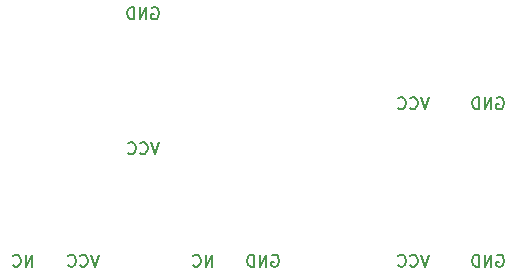
<source format=gbo>
G04 #@! TF.GenerationSoftware,KiCad,Pcbnew,(6.0.11-0)*
G04 #@! TF.CreationDate,2023-06-17T18:40:16+09:00*
G04 #@! TF.ProjectId,TargetSite-Truck,54617267-6574-4536-9974-652d54727563,1*
G04 #@! TF.SameCoordinates,Original*
G04 #@! TF.FileFunction,Legend,Bot*
G04 #@! TF.FilePolarity,Positive*
%FSLAX46Y46*%
G04 Gerber Fmt 4.6, Leading zero omitted, Abs format (unit mm)*
G04 Created by KiCad (PCBNEW (6.0.11-0)) date 2023-06-17 18:40:16*
%MOMM*%
%LPD*%
G01*
G04 APERTURE LIST*
%ADD10C,0.150000*%
G04 APERTURE END LIST*
D10*
X171401904Y-92035000D02*
X171497142Y-91987380D01*
X171640000Y-91987380D01*
X171782857Y-92035000D01*
X171878095Y-92130238D01*
X171925714Y-92225476D01*
X171973333Y-92415952D01*
X171973333Y-92558809D01*
X171925714Y-92749285D01*
X171878095Y-92844523D01*
X171782857Y-92939761D01*
X171640000Y-92987380D01*
X171544761Y-92987380D01*
X171401904Y-92939761D01*
X171354285Y-92892142D01*
X171354285Y-92558809D01*
X171544761Y-92558809D01*
X170925714Y-92987380D02*
X170925714Y-91987380D01*
X170354285Y-92987380D01*
X170354285Y-91987380D01*
X169878095Y-92987380D02*
X169878095Y-91987380D01*
X169640000Y-91987380D01*
X169497142Y-92035000D01*
X169401904Y-92130238D01*
X169354285Y-92225476D01*
X169306666Y-92415952D01*
X169306666Y-92558809D01*
X169354285Y-92749285D01*
X169401904Y-92844523D01*
X169497142Y-92939761D01*
X169640000Y-92987380D01*
X169878095Y-92987380D01*
X171973333Y-103417380D02*
X171640000Y-104417380D01*
X171306666Y-103417380D01*
X170401904Y-104322142D02*
X170449523Y-104369761D01*
X170592380Y-104417380D01*
X170687619Y-104417380D01*
X170830476Y-104369761D01*
X170925714Y-104274523D01*
X170973333Y-104179285D01*
X171020952Y-103988809D01*
X171020952Y-103845952D01*
X170973333Y-103655476D01*
X170925714Y-103560238D01*
X170830476Y-103465000D01*
X170687619Y-103417380D01*
X170592380Y-103417380D01*
X170449523Y-103465000D01*
X170401904Y-103512619D01*
X169401904Y-104322142D02*
X169449523Y-104369761D01*
X169592380Y-104417380D01*
X169687619Y-104417380D01*
X169830476Y-104369761D01*
X169925714Y-104274523D01*
X169973333Y-104179285D01*
X170020952Y-103988809D01*
X170020952Y-103845952D01*
X169973333Y-103655476D01*
X169925714Y-103560238D01*
X169830476Y-103465000D01*
X169687619Y-103417380D01*
X169592380Y-103417380D01*
X169449523Y-103465000D01*
X169401904Y-103512619D01*
X200611904Y-99655000D02*
X200707142Y-99607380D01*
X200850000Y-99607380D01*
X200992857Y-99655000D01*
X201088095Y-99750238D01*
X201135714Y-99845476D01*
X201183333Y-100035952D01*
X201183333Y-100178809D01*
X201135714Y-100369285D01*
X201088095Y-100464523D01*
X200992857Y-100559761D01*
X200850000Y-100607380D01*
X200754761Y-100607380D01*
X200611904Y-100559761D01*
X200564285Y-100512142D01*
X200564285Y-100178809D01*
X200754761Y-100178809D01*
X200135714Y-100607380D02*
X200135714Y-99607380D01*
X199564285Y-100607380D01*
X199564285Y-99607380D01*
X199088095Y-100607380D02*
X199088095Y-99607380D01*
X198850000Y-99607380D01*
X198707142Y-99655000D01*
X198611904Y-99750238D01*
X198564285Y-99845476D01*
X198516666Y-100035952D01*
X198516666Y-100178809D01*
X198564285Y-100369285D01*
X198611904Y-100464523D01*
X198707142Y-100559761D01*
X198850000Y-100607380D01*
X199088095Y-100607380D01*
X194833333Y-112942380D02*
X194500000Y-113942380D01*
X194166666Y-112942380D01*
X193261904Y-113847142D02*
X193309523Y-113894761D01*
X193452380Y-113942380D01*
X193547619Y-113942380D01*
X193690476Y-113894761D01*
X193785714Y-113799523D01*
X193833333Y-113704285D01*
X193880952Y-113513809D01*
X193880952Y-113370952D01*
X193833333Y-113180476D01*
X193785714Y-113085238D01*
X193690476Y-112990000D01*
X193547619Y-112942380D01*
X193452380Y-112942380D01*
X193309523Y-112990000D01*
X193261904Y-113037619D01*
X192261904Y-113847142D02*
X192309523Y-113894761D01*
X192452380Y-113942380D01*
X192547619Y-113942380D01*
X192690476Y-113894761D01*
X192785714Y-113799523D01*
X192833333Y-113704285D01*
X192880952Y-113513809D01*
X192880952Y-113370952D01*
X192833333Y-113180476D01*
X192785714Y-113085238D01*
X192690476Y-112990000D01*
X192547619Y-112942380D01*
X192452380Y-112942380D01*
X192309523Y-112990000D01*
X192261904Y-113037619D01*
X200611904Y-112990000D02*
X200707142Y-112942380D01*
X200850000Y-112942380D01*
X200992857Y-112990000D01*
X201088095Y-113085238D01*
X201135714Y-113180476D01*
X201183333Y-113370952D01*
X201183333Y-113513809D01*
X201135714Y-113704285D01*
X201088095Y-113799523D01*
X200992857Y-113894761D01*
X200850000Y-113942380D01*
X200754761Y-113942380D01*
X200611904Y-113894761D01*
X200564285Y-113847142D01*
X200564285Y-113513809D01*
X200754761Y-113513809D01*
X200135714Y-113942380D02*
X200135714Y-112942380D01*
X199564285Y-113942380D01*
X199564285Y-112942380D01*
X199088095Y-113942380D02*
X199088095Y-112942380D01*
X198850000Y-112942380D01*
X198707142Y-112990000D01*
X198611904Y-113085238D01*
X198564285Y-113180476D01*
X198516666Y-113370952D01*
X198516666Y-113513809D01*
X198564285Y-113704285D01*
X198611904Y-113799523D01*
X198707142Y-113894761D01*
X198850000Y-113942380D01*
X199088095Y-113942380D01*
X161265714Y-113942380D02*
X161265714Y-112942380D01*
X160694285Y-113942380D01*
X160694285Y-112942380D01*
X159646666Y-113847142D02*
X159694285Y-113894761D01*
X159837142Y-113942380D01*
X159932380Y-113942380D01*
X160075238Y-113894761D01*
X160170476Y-113799523D01*
X160218095Y-113704285D01*
X160265714Y-113513809D01*
X160265714Y-113370952D01*
X160218095Y-113180476D01*
X160170476Y-113085238D01*
X160075238Y-112990000D01*
X159932380Y-112942380D01*
X159837142Y-112942380D01*
X159694285Y-112990000D01*
X159646666Y-113037619D01*
X194833333Y-99607380D02*
X194500000Y-100607380D01*
X194166666Y-99607380D01*
X193261904Y-100512142D02*
X193309523Y-100559761D01*
X193452380Y-100607380D01*
X193547619Y-100607380D01*
X193690476Y-100559761D01*
X193785714Y-100464523D01*
X193833333Y-100369285D01*
X193880952Y-100178809D01*
X193880952Y-100035952D01*
X193833333Y-99845476D01*
X193785714Y-99750238D01*
X193690476Y-99655000D01*
X193547619Y-99607380D01*
X193452380Y-99607380D01*
X193309523Y-99655000D01*
X193261904Y-99702619D01*
X192261904Y-100512142D02*
X192309523Y-100559761D01*
X192452380Y-100607380D01*
X192547619Y-100607380D01*
X192690476Y-100559761D01*
X192785714Y-100464523D01*
X192833333Y-100369285D01*
X192880952Y-100178809D01*
X192880952Y-100035952D01*
X192833333Y-99845476D01*
X192785714Y-99750238D01*
X192690476Y-99655000D01*
X192547619Y-99607380D01*
X192452380Y-99607380D01*
X192309523Y-99655000D01*
X192261904Y-99702619D01*
X166893333Y-112942380D02*
X166560000Y-113942380D01*
X166226666Y-112942380D01*
X165321904Y-113847142D02*
X165369523Y-113894761D01*
X165512380Y-113942380D01*
X165607619Y-113942380D01*
X165750476Y-113894761D01*
X165845714Y-113799523D01*
X165893333Y-113704285D01*
X165940952Y-113513809D01*
X165940952Y-113370952D01*
X165893333Y-113180476D01*
X165845714Y-113085238D01*
X165750476Y-112990000D01*
X165607619Y-112942380D01*
X165512380Y-112942380D01*
X165369523Y-112990000D01*
X165321904Y-113037619D01*
X164321904Y-113847142D02*
X164369523Y-113894761D01*
X164512380Y-113942380D01*
X164607619Y-113942380D01*
X164750476Y-113894761D01*
X164845714Y-113799523D01*
X164893333Y-113704285D01*
X164940952Y-113513809D01*
X164940952Y-113370952D01*
X164893333Y-113180476D01*
X164845714Y-113085238D01*
X164750476Y-112990000D01*
X164607619Y-112942380D01*
X164512380Y-112942380D01*
X164369523Y-112990000D01*
X164321904Y-113037619D01*
X176505714Y-113942380D02*
X176505714Y-112942380D01*
X175934285Y-113942380D01*
X175934285Y-112942380D01*
X174886666Y-113847142D02*
X174934285Y-113894761D01*
X175077142Y-113942380D01*
X175172380Y-113942380D01*
X175315238Y-113894761D01*
X175410476Y-113799523D01*
X175458095Y-113704285D01*
X175505714Y-113513809D01*
X175505714Y-113370952D01*
X175458095Y-113180476D01*
X175410476Y-113085238D01*
X175315238Y-112990000D01*
X175172380Y-112942380D01*
X175077142Y-112942380D01*
X174934285Y-112990000D01*
X174886666Y-113037619D01*
X181561904Y-112990000D02*
X181657142Y-112942380D01*
X181800000Y-112942380D01*
X181942857Y-112990000D01*
X182038095Y-113085238D01*
X182085714Y-113180476D01*
X182133333Y-113370952D01*
X182133333Y-113513809D01*
X182085714Y-113704285D01*
X182038095Y-113799523D01*
X181942857Y-113894761D01*
X181800000Y-113942380D01*
X181704761Y-113942380D01*
X181561904Y-113894761D01*
X181514285Y-113847142D01*
X181514285Y-113513809D01*
X181704761Y-113513809D01*
X181085714Y-113942380D02*
X181085714Y-112942380D01*
X180514285Y-113942380D01*
X180514285Y-112942380D01*
X180038095Y-113942380D02*
X180038095Y-112942380D01*
X179800000Y-112942380D01*
X179657142Y-112990000D01*
X179561904Y-113085238D01*
X179514285Y-113180476D01*
X179466666Y-113370952D01*
X179466666Y-113513809D01*
X179514285Y-113704285D01*
X179561904Y-113799523D01*
X179657142Y-113894761D01*
X179800000Y-113942380D01*
X180038095Y-113942380D01*
M02*

</source>
